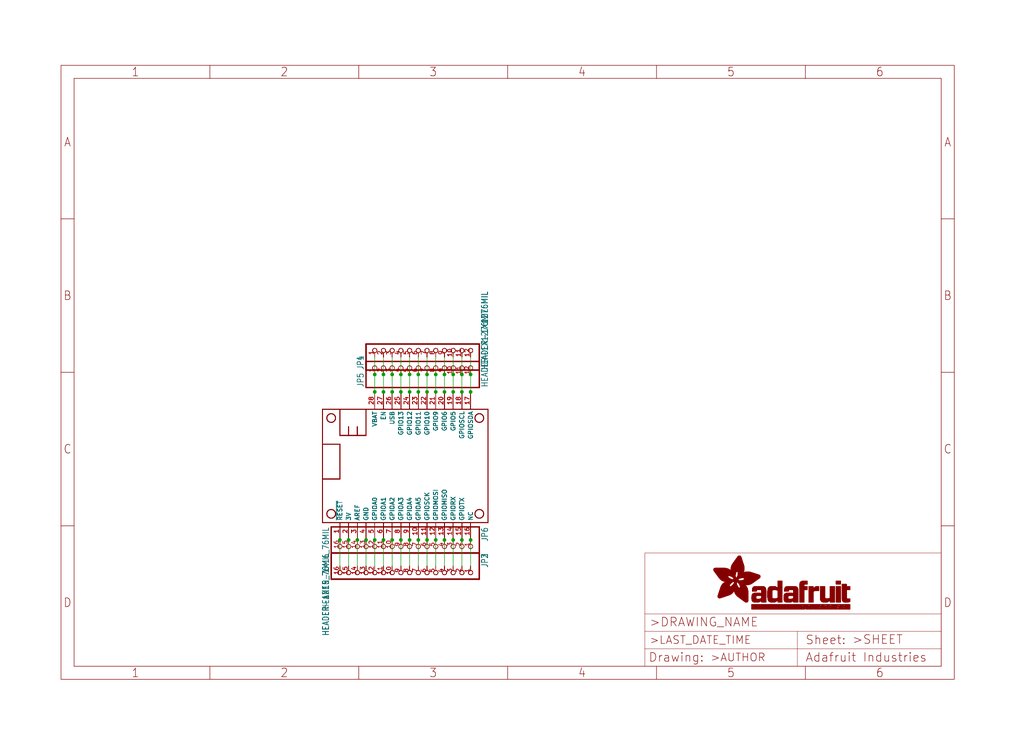
<source format=kicad_sch>
(kicad_sch (version 20211123) (generator eeschema)
  (paper "User" 298.45 217.881)
  (lib_symbols
    (symbol "schematicEagle-eagle-import:FEATHERWING_NODIM"
      (symbol "FEATHERWING_NODIM_1_0"
        (pin input line (at 5.08 -5.08 90) (length 5.08) (name "~{RESET}") (number "1"))
        (pin bidirectional line (at 27.94 -5.08 90) (length 5.08) (name "GPIOA5") (number "10"))
        (pin bidirectional line (at 30.48 -5.08 90) (length 5.08) (name "GPIOSCK") (number "11"))
        (pin bidirectional line (at 33.02 -5.08 90) (length 5.08) (name "GPIOMOSI") (number "12"))
        (pin bidirectional line (at 35.56 -5.08 90) (length 5.08) (name "GPIOMISO") (number "13"))
        (pin bidirectional line (at 38.1 -5.08 90) (length 5.08) (name "GPIORX") (number "14"))
        (pin bidirectional line (at 40.64 -5.08 90) (length 5.08) (name "GPIOTX") (number "15"))
        (pin passive line (at 43.18 -5.08 90) (length 5.08) (name "NC") (number "16"))
        (pin bidirectional line (at 43.18 38.1 270) (length 5.08) (name "GPIOSDA") (number "17"))
        (pin bidirectional line (at 40.64 38.1 270) (length 5.08) (name "GPIOSCL") (number "18"))
        (pin bidirectional line (at 38.1 38.1 270) (length 5.08) (name "GPIO5") (number "19"))
        (pin power_in line (at 7.62 -5.08 90) (length 5.08) (name "3V") (number "2"))
        (pin bidirectional line (at 35.56 38.1 270) (length 5.08) (name "GPIO6") (number "20"))
        (pin bidirectional line (at 33.02 38.1 270) (length 5.08) (name "GPIO9") (number "21"))
        (pin bidirectional line (at 30.48 38.1 270) (length 5.08) (name "GPIO10") (number "22"))
        (pin bidirectional line (at 27.94 38.1 270) (length 5.08) (name "GPIO11") (number "23"))
        (pin bidirectional line (at 25.4 38.1 270) (length 5.08) (name "GPIO12") (number "24"))
        (pin bidirectional line (at 22.86 38.1 270) (length 5.08) (name "GPIO13") (number "25"))
        (pin power_in line (at 20.32 38.1 270) (length 5.08) (name "USB") (number "26"))
        (pin passive line (at 17.78 38.1 270) (length 5.08) (name "EN") (number "27"))
        (pin power_in line (at 15.24 38.1 270) (length 5.08) (name "VBAT") (number "28"))
        (pin passive line (at 10.16 -5.08 90) (length 5.08) (name "AREF") (number "3"))
        (pin power_in line (at 12.7 -5.08 90) (length 5.08) (name "GND") (number "4"))
        (pin bidirectional line (at 15.24 -5.08 90) (length 5.08) (name "GPIOA0") (number "5"))
        (pin bidirectional line (at 17.78 -5.08 90) (length 5.08) (name "GPIOA1") (number "6"))
        (pin bidirectional line (at 20.32 -5.08 90) (length 5.08) (name "GPIOA2") (number "7"))
        (pin bidirectional line (at 22.86 -5.08 90) (length 5.08) (name "GPIOA3") (number "8"))
        (pin bidirectional line (at 25.4 -5.08 90) (length 5.08) (name "GPIOA4") (number "9"))
      )
    )
    (symbol "schematicEagle-eagle-import:FRAME_A4_ADAFRUIT"
      (symbol "FRAME_A4_ADAFRUIT_0_0"
        (text "1" (at 21.6958 1.905 0) (effects (font (size 2.54 2.286))))
        (text "1" (at 21.6958 177.165 0) (effects (font (size 2.54 2.286))))
        (text "2" (at 65.0875 1.905 0) (effects (font (size 2.54 2.286))))
        (text "2" (at 65.0875 177.165 0) (effects (font (size 2.54 2.286))))
        (text "3" (at 108.4792 1.905 0) (effects (font (size 2.54 2.286))))
        (text "3" (at 108.4792 177.165 0) (effects (font (size 2.54 2.286))))
        (text "4" (at 151.8708 1.905 0) (effects (font (size 2.54 2.286))))
        (text "4" (at 151.8708 177.165 0) (effects (font (size 2.54 2.286))))
        (text "5" (at 195.2625 1.905 0) (effects (font (size 2.54 2.286))))
        (text "5" (at 195.2625 177.165 0) (effects (font (size 2.54 2.286))))
        (text "6" (at 238.6542 1.905 0) (effects (font (size 2.54 2.286))))
        (text "6" (at 238.6542 177.165 0) (effects (font (size 2.54 2.286))))
        (text "A" (at 1.905 156.6863 0) (effects (font (size 2.54 2.286))))
        (text "A" (at 258.445 156.6863 0) (effects (font (size 2.54 2.286))))
        (text "B" (at 1.905 111.9188 0) (effects (font (size 2.54 2.286))))
        (text "B" (at 258.445 111.9188 0) (effects (font (size 2.54 2.286))))
        (text "C" (at 1.905 67.1513 0) (effects (font (size 2.54 2.286))))
        (text "C" (at 258.445 67.1513 0) (effects (font (size 2.54 2.286))))
        (text "D" (at 1.905 22.3838 0) (effects (font (size 2.54 2.286))))
        (text "D" (at 258.445 22.3838 0) (effects (font (size 2.54 2.286))))
      )
      (symbol "FRAME_A4_ADAFRUIT_1_0"
        (text ">AUTHOR" (at 189.23 5.08 0) (effects (font (size 2.286 2.286)) (justify left bottom)))
        (text ">DRAWING_NAME" (at 171.45 15.24 0) (effects (font (size 2.54 2.54)) (justify left bottom)))
        (text ">LAST_DATE_TIME" (at 171.45 10.16 0) (effects (font (size 2.286 2.286)) (justify left bottom)))
        (text ">SHEET" (at 230.505 10.16 0) (effects (font (size 2.54 2.54)) (justify left bottom)))
        (text "Adafruit Industries" (at 216.916 4.953 0) (effects (font (size 2.54 2.54)) (justify left bottom)))
        (text "Drawing:" (at 171.196 4.953 0) (effects (font (size 2.54 2.54)) (justify left bottom)))
        (text "Sheet:" (at 216.916 10.033 0) (effects (font (size 2.54 2.54)) (justify left bottom)))
      )
    )
    (symbol "schematicEagle-eagle-import:HEADER-1X1276MIL"
      (property "Reference" "JP" (at -6.35 18.415 0))
      (property "Value" "HEADER-1X1276MIL" (at -6.35 -17.78 0))
      (symbol "HEADER-1X1276MIL_1_0"
        (pin passive inverted (at -2.54 15.24 0) (length 2.54) (name "1") (number "1"))
        (pin passive inverted (at -2.54 -7.62 0) (length 2.54) (name "10") (number "10"))
        (pin passive inverted (at -2.54 -10.16 0) (length 2.54) (name "11") (number "11"))
        (pin passive inverted (at -2.54 -12.7 0) (length 2.54) (name "12") (number "12"))
        (pin passive inverted (at -2.54 12.7 0) (length 2.54) (name "2") (number "2"))
        (pin passive inverted (at -2.54 10.16 0) (length 2.54) (name "3") (number "3"))
        (pin passive inverted (at -2.54 7.62 0) (length 2.54) (name "4") (number "4"))
        (pin passive inverted (at -2.54 5.08 0) (length 2.54) (name "5") (number "5"))
        (pin passive inverted (at -2.54 2.54 0) (length 2.54) (name "6") (number "6"))
        (pin passive inverted (at -2.54 0 0) (length 2.54) (name "7") (number "7"))
        (pin passive inverted (at -2.54 -2.54 0) (length 2.54) (name "8") (number "8"))
        (pin passive inverted (at -2.54 -5.08 0) (length 2.54) (name "9") (number "9"))
      )
    )
    (symbol "schematicEagle-eagle-import:HEADER-1X16_76MIL"
      (property "Reference" "JP" (at -6.35 20.955 0))
      (property "Value" "HEADER-1X16_76MIL" (at -6.35 -25.4 0))
      (symbol "HEADER-1X16_76MIL_1_0"
        (pin passive inverted (at -2.54 17.78 0) (length 2.54) (name "1") (number "1"))
        (pin passive inverted (at -2.54 -5.08 0) (length 2.54) (name "10") (number "10"))
        (pin passive inverted (at -2.54 -7.62 0) (length 2.54) (name "11") (number "11"))
        (pin passive inverted (at -2.54 -10.16 0) (length 2.54) (name "12") (number "12"))
        (pin passive inverted (at -2.54 -12.7 0) (length 2.54) (name "13") (number "13"))
        (pin passive inverted (at -2.54 -15.24 0) (length 2.54) (name "14") (number "14"))
        (pin passive inverted (at -2.54 -17.78 0) (length 2.54) (name "15") (number "15"))
        (pin passive inverted (at -2.54 -20.32 0) (length 2.54) (name "16") (number "16"))
        (pin passive inverted (at -2.54 15.24 0) (length 2.54) (name "2") (number "2"))
        (pin passive inverted (at -2.54 12.7 0) (length 2.54) (name "3") (number "3"))
        (pin passive inverted (at -2.54 10.16 0) (length 2.54) (name "4") (number "4"))
        (pin passive inverted (at -2.54 7.62 0) (length 2.54) (name "5") (number "5"))
        (pin passive inverted (at -2.54 5.08 0) (length 2.54) (name "6") (number "6"))
        (pin passive inverted (at -2.54 2.54 0) (length 2.54) (name "7") (number "7"))
        (pin passive inverted (at -2.54 0 0) (length 2.54) (name "8") (number "8"))
        (pin passive inverted (at -2.54 -2.54 0) (length 2.54) (name "9") (number "9"))
      )
    )
  )
  (junction (at 129.54 114.3))
  (junction (at 114.3 157.48))
  (junction (at 129.54 157.48))
  (junction (at 134.62 114.3))
  (junction (at 119.38 114.3))
  (junction (at 132.08 157.48))
  (junction (at 119.38 109.22))
  (junction (at 121.92 109.22))
  (junction (at 134.62 109.22))
  (junction (at 101.6 157.48))
  (junction (at 134.62 157.48))
  (junction (at 132.08 114.3))
  (junction (at 116.84 157.48))
  (junction (at 137.16 114.3))
  (junction (at 109.22 109.22))
  (junction (at 127 157.48))
  (junction (at 111.76 109.22))
  (junction (at 127 114.3))
  (junction (at 111.76 157.48))
  (junction (at 111.76 114.3))
  (junction (at 106.68 157.48))
  (junction (at 132.08 109.22))
  (junction (at 109.22 157.48))
  (junction (at 114.3 114.3))
  (junction (at 129.54 109.22))
  (junction (at 104.14 157.48))
  (junction (at 99.06 157.48))
  (junction (at 116.84 114.3))
  (junction (at 127 109.22))
  (junction (at 109.22 114.3))
  (junction (at 116.84 109.22))
  (junction (at 137.16 157.48))
  (junction (at 114.3 109.22))
  (junction (at 137.16 109.22))
  (junction (at 119.38 157.48))
  (junction (at 124.46 109.22))
  (junction (at 124.46 157.48))
  (junction (at 121.92 157.48))
  (junction (at 124.46 114.3))
  (junction (at 121.92 114.3))
  (wire (pts (xy 114.3 157.48) (xy 114.3 165.1)))
  (wire (pts (xy 114.3 109.22) (xy 114.3 114.3)))
  (wire (pts (xy 124.46 104.14) (xy 124.46 109.22)))
  (wire (pts (xy 137.16 157.48) (xy 137.16 165.1)))
  (wire (pts (xy 129.54 109.22) (xy 129.54 114.3)))
  (wire (pts (xy 99.06 157.48) (xy 99.06 165.1)))
  (wire (pts (xy 109.22 104.14) (xy 109.22 109.22)))
  (wire (pts (xy 119.38 109.22) (xy 119.38 114.3)))
  (wire (pts (xy 127 109.22) (xy 127 114.3)))
  (wire (pts (xy 114.3 104.14) (xy 114.3 109.22)))
  (wire (pts (xy 111.76 104.14) (xy 111.76 109.22)))
  (wire (pts (xy 116.84 157.48) (xy 116.84 165.1)))
  (wire (pts (xy 109.22 157.48) (xy 109.22 165.1)))
  (wire (pts (xy 109.22 109.22) (xy 109.22 114.3)))
  (wire (pts (xy 106.68 157.48) (xy 106.68 165.1)))
  (wire (pts (xy 121.92 157.48) (xy 121.92 165.1)))
  (wire (pts (xy 134.62 109.22) (xy 134.62 114.3)))
  (wire (pts (xy 132.08 109.22) (xy 132.08 114.3)))
  (wire (pts (xy 104.14 157.48) (xy 104.14 165.1)))
  (wire (pts (xy 121.92 109.22) (xy 121.92 114.3)))
  (wire (pts (xy 132.08 104.14) (xy 132.08 109.22)))
  (wire (pts (xy 119.38 104.14) (xy 119.38 109.22)))
  (wire (pts (xy 134.62 157.48) (xy 134.62 165.1)))
  (wire (pts (xy 124.46 157.48) (xy 124.46 165.1)))
  (wire (pts (xy 137.16 104.14) (xy 137.16 109.22)))
  (wire (pts (xy 134.62 104.14) (xy 134.62 109.22)))
  (wire (pts (xy 129.54 157.48) (xy 129.54 165.1)))
  (wire (pts (xy 127 104.14) (xy 127 109.22)))
  (wire (pts (xy 116.84 104.14) (xy 116.84 109.22)))
  (wire (pts (xy 127 157.48) (xy 127 165.1)))
  (wire (pts (xy 116.84 109.22) (xy 116.84 114.3)))
  (wire (pts (xy 124.46 109.22) (xy 124.46 114.3)))
  (wire (pts (xy 129.54 104.14) (xy 129.54 109.22)))
  (wire (pts (xy 119.38 157.48) (xy 119.38 165.1)))
  (wire (pts (xy 132.08 157.48) (xy 132.08 165.1)))
  (wire (pts (xy 121.92 104.14) (xy 121.92 109.22)))
  (wire (pts (xy 101.6 157.48) (xy 101.6 165.1)))
  (wire (pts (xy 111.76 109.22) (xy 111.76 114.3)))
  (wire (pts (xy 111.76 157.48) (xy 111.76 165.1)))
  (wire (pts (xy 137.16 109.22) (xy 137.16 114.3)))
  (symbol (lib_id "schematicEagle-eagle-import:HEADER-1X1276MIL") (at 124.46 106.68 90) (unit 1)
    (property "Reference" "JP5" (at 106.045 113.03 0) (effects (font (size 1.778 1.5113)) (justify left bottom)))
    (property "Value" "HEADER-1X1276MIL" (at 142.24 113.03 0) (effects (font (size 1.778 1.5113)) (justify left bottom)))
    (property "Footprint" "schematicEagle:1X12_ROUND_76MIL" (effects hide))
  )
  (symbol (lib_id "schematicEagle-eagle-import:FEATHERWING_NODIM") (at 93.98 152.4 0) (unit 1)
    (property "Reference" "MS1" (effects hide))
    (property "Value" "FEATHERWING_NODIM" (effects hide))
    (property "Footprint" "schematicEagle:FEATHERWING_DIM" (effects hide))
  )
  (symbol (lib_id "schematicEagle-eagle-import:HEADER-1X16_76MIL") (at 119.38 160.02 270) (unit 1)
    (property "Reference" "JP6" (at 140.335 153.67 0) (effects (font (size 1.778 1.5113)) (justify left bottom)))
    (property "Value" "HEADER-1X16_76MIL" (at 93.98 153.67 0) (effects (font (size 1.778 1.5113)) (justify left bottom)))
    (property "Footprint" "schematicEagle:1X16_ROUND_76MIL" (effects hide))
  )
  (symbol (lib_id "schematicEagle-eagle-import:HEADER-1X16_76MIL") (at 119.38 167.64 270) (unit 1)
    (property "Reference" "JP3" (at 140.335 161.29 0) (effects (font (size 1.778 1.5113)) (justify left bottom)))
    (property "Value" "HEADER-1X16_76MIL" (at 93.98 161.29 0) (effects (font (size 1.778 1.5113)) (justify left bottom)))
    (property "Footprint" "schematicEagle:1X16_ROUND_76MIL" (effects hide))
  )
  (symbol (lib_id "schematicEagle-eagle-import:HEADER-1X16_76MIL") (at 119.38 167.64 270) (unit 1)
    (property "Reference" "JP2" (at 140.335 161.29 0) (effects (font (size 1.778 1.5113)) (justify left bottom)))
    (property "Value" "HEADER-1X16_76MIL" (at 93.98 161.29 0) (effects (font (size 1.778 1.5113)) (justify left bottom)))
    (property "Footprint" "schematicEagle:1X16_ROUND_76MIL" (effects hide))
  )
  (symbol (lib_id "schematicEagle-eagle-import:HEADER-1X1276MIL") (at 124.46 101.6 90) (unit 1)
    (property "Reference" "JP4" (at 106.045 107.95 0) (effects (font (size 1.778 1.5113)) (justify left bottom)))
    (property "Value" "HEADER-1X1276MIL" (at 142.24 107.95 0) (effects (font (size 1.778 1.5113)) (justify left bottom)))
    (property "Footprint" "schematicEagle:1X12_ROUND_76MIL" (effects hide))
  )
  (symbol (lib_id "schematicEagle-eagle-import:FEATHERWING_NODIM") (at 93.98 152.4 0) (unit 1)
    (property "Reference" "MS2" (effects hide))
    (property "Value" "FEATHERWING_NODIM" (effects hide))
    (property "Footprint" "schematicEagle:FEATHERWING_DIM" (effects hide))
  )
  (symbol (lib_id "schematicEagle-eagle-import:FRAME_A4_ADAFRUIT") (at 17.78 198.12 0) (unit 1)
    (property "Reference" "#U$1" (effects hide))
    (property "Value" "FRAME_A4_ADAFRUIT" (effects hide))
    (property "Footprint" "schematicEagle:" (effects hide))
  )
  (symbol (lib_id "schematicEagle-eagle-import:FEATHERWING_NODIM") (at 93.98 152.4 0) (unit 1)
    (property "Reference" "MS3" (effects hide))
    (property "Value" "FEATHERWING_NODIM" (effects hide))
    (property "Footprint" "schematicEagle:FEATHERWING_DIM" (effects hide))
  )
  (symbol (lib_id "schematicEagle-eagle-import:HEADER-1X1276MIL") (at 124.46 101.6 90) (unit 1)
    (property "Reference" "JP1" (at 106.045 107.95 0) (effects (font (size 1.778 1.5113)) (justify left bottom)))
    (property "Value" "HEADER-1X1276MIL" (at 142.24 107.95 0) (effects (font (size 1.778 1.5113)) (justify left bottom)))
    (property "Footprint" "schematicEagle:1X12_ROUND_76MIL" (effects hide))
  )
)
</source>
